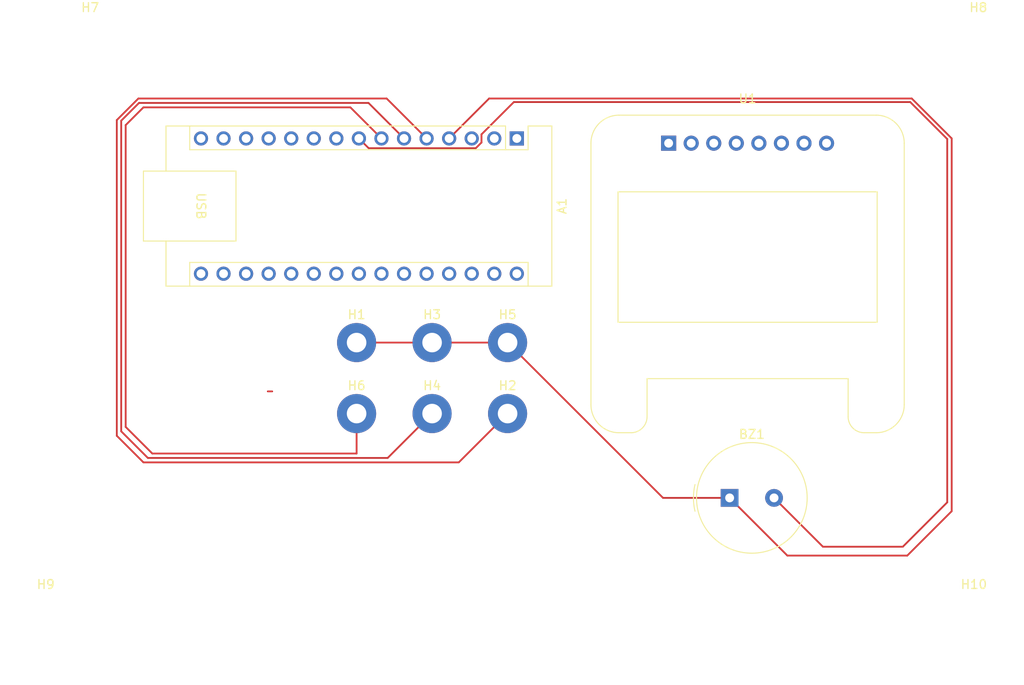
<source format=kicad_pcb>
(kicad_pcb (version 20241229) (generator "pcbnew") (generator_version "9.0")
  (layers (0 "F.Cu" signal) (2 "B.Cu" signal) (13 "F.Paste" user) (15 "B.Paste" user) (5 "F.SilkS" user "F.Silkscreen") (7 "B.SilkS" user "B.Silkscreen") (1 "F.Mask" user) (3 "B.Mask" user) (25 "Edge.Cuts" user))
  (net 0 "")
  (net 6 "GND")
  (net 8 "Net-(A1-D2)")
  (net 9 "Net-(A1-D5)")
  (net 15 "Net-(A1-D4)")
  (net 16 "Net-(A1-D3)")
  (net 22 "Net-(A1-+5V)")
  (net 24 "Net-(A1-A4)")
  (net 26 "+9V")
  (net 28 "Net-(A1-A5)")
  (footprint "MountingHole:MountingHole_2.2mm_M2_Pad" (layer "F.Cu") (at 82 75.5)
    (property "Reference" "H2" (at 0 -3.15 0) (layer "F.SilkS"))
    (property "Value" "MountingHole_Pad")
    (pad "1" thru_hole circle (at 0 0) (size 4.4 4.4) (drill 2.2) (layers "*.Cu" "*.Mask") (net 8 "Net-(A1-D2)"))
  )
  (footprint "Display:Adafruit_SSD1306" (layer "F.Cu") (at 100.132 45.036)
    (property "Reference" "U1" (at 8.89 -5 0) (layer "F.SilkS"))
    (property "Value" "SSD1306")
    (fp_line (start -8.746 0) (end -8.746 29.464) (stroke (width 0.12)) (layer "F.SilkS"))
    (fp_line (start -5.698 5.478) (end -5.698 20.176) (stroke (width 0.12)) (layer "F.SilkS"))
    (fp_line (start -5.698 5.478) (end 23.478 5.478) (stroke (width 0.12)) (layer "F.SilkS"))
    (fp_line (start -5.698 20.176) (end 23.478 20.176) (stroke (width 0.12)) (layer "F.SilkS"))
    (fp_line (start -4.238 32.622) (end -5.59 32.622) (stroke (width 0.12)) (layer "F.SilkS"))
    (fp_line (start -2.43 26.526) (end -2.43 30.814) (stroke (width 0.12)) (layer "F.SilkS"))
    (fp_line (start -2.43 26.526) (end 20.21 26.526) (stroke (width 0.12)) (layer "F.SilkS"))
    (fp_line (start 20.21 26.526) (end 20.21 30.814) (stroke (width 0.12)) (layer "F.SilkS"))
    (fp_line (start 22.018 32.622) (end 23.37 32.622) (stroke (width 0.12)) (layer "F.SilkS"))
    (fp_line (start 23.368 -3.158) (end -5.588 -3.158) (stroke (width 0.12)) (layer "F.SilkS"))
    (fp_line (start 23.478 5.478) (end 23.478 20.176) (stroke (width 0.12)) (layer "F.SilkS"))
    (fp_line (start 26.526 0) (end 26.526 29.464) (stroke (width 0.12)) (layer "F.SilkS"))
    (fp_arc (start -8.746 0) (mid -7.821043 -2.233043) (end -5.588 -3.158) (stroke (width 0.12)) (layer "F.SilkS"))
    (fp_arc (start -5.588 32.622) (mid -7.821043 31.697043) (end -8.746 29.464) (stroke (width 0.12)) (layer "F.SilkS"))
    (fp_arc (start -2.43 30.812) (mid -2.958137 32.091035) (end -4.236 32.622) (stroke (width 0.12)) (layer "F.SilkS"))
    (fp_arc (start 22.016 32.622) (mid 20.738137 32.091035) (end 20.21 30.812) (stroke (width 0.12)) (layer "F.SilkS"))
    (fp_arc (start 23.368 -3.158) (mid 25.601043 -2.233043) (end 26.526 0) (stroke (width 0.12)) (layer "F.SilkS"))
    (fp_arc (start 26.526 29.464) (mid 25.601043 31.697043) (end 23.368 32.622) (stroke (width 0.12)) (layer "F.SilkS"))
    (pad "" np_thru_hole circle (at -5.588 0) (size 2.7 2.7) (drill 2.7) (layers "*.Cu" "*.Mask"))
    (pad "" np_thru_hole circle (at -5.588 29.464) (size 2.7 2.7) (drill 2.7) (layers "*.Cu" "*.Mask"))
    (pad "" np_thru_hole circle (at 23.368 0) (size 2.7 2.7) (drill 2.7) (layers "*.Cu" "*.Mask"))
    (pad "" np_thru_hole circle (at 23.368 29.464) (size 2.7 2.7) (drill 2.7) (layers "*.Cu" "*.Mask"))
    (pad "1" thru_hole rect (at 0 0) (size 1.7 1.7) (drill 1) (layers "*.Cu" "*.Mask"))
    (pad "2" thru_hole circle (at 2.54 0) (size 1.7 1.7) (drill 1) (layers "*.Cu" "*.Mask"))
    (pad "3" thru_hole circle (at 5.08 0) (size 1.7 1.7) (drill 1) (layers "*.Cu" "*.Mask"))
    (pad "4" thru_hole circle (at 7.62 0) (size 1.7 1.7) (drill 1) (layers "*.Cu" "*.Mask"))
    (pad "5" thru_hole circle (at 10.16 0) (size 1.7 1.7) (drill 1) (layers "*.Cu" "*.Mask"))
    (pad "6" thru_hole circle (at 12.7 0) (size 1.7 1.7) (drill 1) (layers "*.Cu" "*.Mask"))
    (pad "7" thru_hole circle (at 15.24 0) (size 1.7 1.7) (drill 1) (layers "*.Cu" "*.Mask"))
    (pad "8" thru_hole circle (at 17.78 0) (size 1.7 1.7) (drill 1) (layers "*.Cu" "*.Mask"))
  )
  (footprint "MountingHole:MountingHole_4.3mm_M4" (layer "F.Cu") (at 30 100)
    (property "Reference" "H9" (at 0 -5.25 0) (layer "F.SilkS"))
    (property "Value" "MountingHole")
    (pad "" np_thru_hole circle (at 0 0) (size 4.3 4.3) (drill 4.3) (layers "*.Cu" "*.Mask"))
  )
  (footprint "MountingHole:MountingHole_4.3mm_M4" (layer "F.Cu") (at 135 35)
    (property "Reference" "H8" (at 0 -5.25 0) (layer "F.SilkS"))
    (property "Value" "MountingHole")
    (pad "" np_thru_hole circle (at 0 0) (size 4.3 4.3) (drill 4.3) (layers "*.Cu" "*.Mask"))
  )
  (footprint "MountingHole:MountingHole_2.2mm_M2_Pad" (layer "F.Cu") (at 82 67.5)
    (property "Reference" "H5" (at 0 -3.15 0) (layer "F.SilkS"))
    (property "Value" "MountingHole_Pad")
    (pad "1" thru_hole circle (at 0 0) (size 4.4 4.4) (drill 2.2) (layers "*.Cu" "*.Mask") (net 6 "GND"))
  )
  (footprint "Buzzer_Beeper:Buzzer_TDK_PS1240P02BT_D12.2mm_H6.5mm" (layer "F.Cu") (at 107 85)
    (property "Reference" "BZ1" (at 2.5 -7.17 0) (layer "F.SilkS"))
    (property "Value" "Buzzer")
    (fp_arc (start -3.9 1.499999) (mid -4.073431 0) (end -3.9 -1.5) (stroke (width 0.12)) (layer "F.SilkS"))
    (fp_circle (center 2.5 0) (end 8.73 0) (stroke (width 0.12)) (fill no) (layer "F.SilkS"))
    (pad "1" thru_hole rect (at 0 0) (size 2 2) (drill 1) (layers "*.Cu" "*.Mask") (net 6 "GND"))
    (pad "2" thru_hole circle (at 5 0) (size 2 2) (drill 1) (layers "*.Cu" "*.Mask") (net 9 "Net-(A1-D5)"))
  )
  (footprint "MountingHole:MountingHole_2.2mm_M2_Pad" (layer "F.Cu") (at 73.5 67.5)
    (property "Reference" "H3" (at 0 -3.15 0) (layer "F.SilkS"))
    (property "Value" "MountingHole_Pad")
    (pad "1" thru_hole circle (at 0 0) (size 4.4 4.4) (drill 2.2) (layers "*.Cu" "*.Mask") (net 6 "GND"))
  )
  (footprint "MountingHole:MountingHole_4.3mm_M4" (layer "F.Cu") (at 134.5 100)
    (property "Reference" "H10" (at 0 -5.25 0) (layer "F.SilkS"))
    (property "Value" "MountingHole")
    (pad "" np_thru_hole circle (at 0 0) (size 4.3 4.3) (drill 4.3) (layers "*.Cu" "*.Mask"))
  )
  (footprint "MountingHole:MountingHole_4.3mm_M4" (layer "F.Cu") (at 35 35)
    (property "Reference" "H7" (at 0 -5.25 0) (layer "F.SilkS"))
    (property "Value" "MountingHole")
    (pad "" np_thru_hole circle (at 0 0) (size 4.3 4.3) (drill 4.3) (layers "*.Cu" "*.Mask"))
  )
  (footprint "MountingHole:MountingHole_2.2mm_M2_Pad" (layer "F.Cu") (at 65 75.5)
    (property "Reference" "H6" (at 0 -3.15 0) (layer "F.SilkS"))
    (property "Value" "MountingHole_Pad")
    (pad "1" thru_hole circle (at 0 0) (size 4.4 4.4) (drill 2.2) (layers "*.Cu" "*.Mask") (net 15 "Net-(A1-D4)"))
  )
  (footprint "Module:Arduino_Nano" (layer "F.Cu") (at 83.04 44.5 -90)
    (property "Reference" "A1" (at 7.62 -5.08 90) (layer "F.SilkS"))
    (property "Value" "Arduino_Nano_v3.x")
    (fp_line (start 3.68 42.04) (end 3.68 31.62) (stroke (width 0.12)) (layer "F.SilkS"))
    (fp_line (start 11.56 42.04) (end 3.68 42.04) (stroke (width 0.12)) (layer "F.SilkS"))
    (fp_line (start -1.4 39.5) (end 3.68 39.5) (stroke (width 0.12)) (layer "F.SilkS"))
    (fp_line (start 16.64 39.5) (end 11.56 39.5) (stroke (width 0.12)) (layer "F.SilkS"))
    (fp_line (start 16.64 39.5) (end 16.64 -3.94) (stroke (width 0.12)) (layer "F.SilkS"))
    (fp_line (start 1.27 36.83) (end -1.4 36.83) (stroke (width 0.12)) (layer "F.SilkS"))
    (fp_line (start 13.97 36.83) (end 16.64 36.83) (stroke (width 0.12)) (layer "F.SilkS"))
    (fp_line (start 3.68 31.62) (end 11.56 31.62) (stroke (width 0.12)) (layer "F.SilkS"))
    (fp_line (start 11.56 31.62) (end 11.56 42.04) (stroke (width 0.12)) (layer "F.SilkS"))
    (fp_line (start -1.4 1.27) (end -1.4 39.5) (stroke (width 0.12)) (layer "F.SilkS"))
    (fp_line (start 1.27 1.27) (end 1.27 36.83) (stroke (width 0.12)) (layer "F.SilkS"))
    (fp_line (start 1.27 1.27) (end -1.4 1.27) (stroke (width 0.12)) (layer "F.SilkS"))
    (fp_line (start 1.27 1.27) (end 1.27 -1.27) (stroke (width 0.12)) (layer "F.SilkS"))
    (fp_line (start 1.27 -1.27) (end -1.4 -1.27) (stroke (width 0.12)) (layer "F.SilkS"))
    (fp_line (start 13.97 -1.27) (end 13.97 36.83) (stroke (width 0.12)) (layer "F.SilkS"))
    (fp_line (start 13.97 -1.27) (end 16.64 -1.27) (stroke (width 0.12)) (layer "F.SilkS"))
    (fp_line (start -1.4 -3.94) (end -1.4 -1.27) (stroke (width 0.12)) (layer "F.SilkS"))
    (fp_line (start 16.64 -3.94) (end -1.4 -3.94) (stroke (width 0.12)) (layer "F.SilkS"))
    (fp_text user "USB" (at 7.62 35.56 270) (layer "F.SilkS"))
    (pad "1" thru_hole rect (at 0 0 270) (size 1.6 1.6) (drill 1) (layers "*.Cu" "*.Mask"))
    (pad "2" thru_hole oval (at 0 2.54 270) (size 1.6 1.6) (drill 1) (layers "*.Cu" "*.Mask"))
    (pad "3" thru_hole oval (at 0 5.08 270) (size 1.6 1.6) (drill 1) (layers "*.Cu" "*.Mask"))
    (pad "4" thru_hole oval (at 0 7.62 270) (size 1.6 1.6) (drill 1) (layers "*.Cu" "*.Mask") (net 6 "GND"))
    (pad "5" thru_hole oval (at 0 10.16 270) (size 1.6 1.6) (drill 1) (layers "*.Cu" "*.Mask") (net 8 "Net-(A1-D2)"))
    (pad "6" thru_hole oval (at 0 12.7 270) (size 1.6 1.6) (drill 1) (layers "*.Cu" "*.Mask") (net 16 "Net-(A1-D3)"))
    (pad "7" thru_hole oval (at 0 15.24 270) (size 1.6 1.6) (drill 1) (layers "*.Cu" "*.Mask") (net 15 "Net-(A1-D4)"))
    (pad "8" thru_hole oval (at 0 17.78 270) (size 1.6 1.6) (drill 1) (layers "*.Cu" "*.Mask") (net 9 "Net-(A1-D5)"))
    (pad "9" thru_hole oval (at 0 20.32 270) (size 1.6 1.6) (drill 1) (layers "*.Cu" "*.Mask"))
    (pad "10" thru_hole oval (at 0 22.86 270) (size 1.6 1.6) (drill 1) (layers "*.Cu" "*.Mask"))
    (pad "11" thru_hole oval (at 0 25.4 270) (size 1.6 1.6) (drill 1) (layers "*.Cu" "*.Mask"))
    (pad "12" thru_hole oval (at 0 27.94 270) (size 1.6 1.6) (drill 1) (layers "*.Cu" "*.Mask"))
    (pad "13" thru_hole oval (at 0 30.48 270) (size 1.6 1.6) (drill 1) (layers "*.Cu" "*.Mask"))
    (pad "14" thru_hole oval (at 0 33.02 270) (size 1.6 1.6) (drill 1) (layers "*.Cu" "*.Mask"))
    (pad "15" thru_hole oval (at 0 35.56 270) (size 1.6 1.6) (drill 1) (layers "*.Cu" "*.Mask"))
    (pad "16" thru_hole oval (at 15.24 35.56 270) (size 1.6 1.6) (drill 1) (layers "*.Cu" "*.Mask"))
    (pad "17" thru_hole oval (at 15.24 33.02 270) (size 1.6 1.6) (drill 1) (layers "*.Cu" "*.Mask"))
    (pad "18" thru_hole oval (at 15.24 30.48 270) (size 1.6 1.6) (drill 1) (layers "*.Cu" "*.Mask"))
    (pad "19" thru_hole oval (at 15.24 27.94 270) (size 1.6 1.6) (drill 1) (layers "*.Cu" "*.Mask"))
    (pad "20" thru_hole oval (at 15.24 25.4 270) (size 1.6 1.6) (drill 1) (layers "*.Cu" "*.Mask"))
    (pad "21" thru_hole oval (at 15.24 22.86 270) (size 1.6 1.6) (drill 1) (layers "*.Cu" "*.Mask"))
    (pad "22" thru_hole oval (at 15.24 20.32 270) (size 1.6 1.6) (drill 1) (layers "*.Cu" "*.Mask"))
    (pad "23" thru_hole oval (at 15.24 17.78 270) (size 1.6 1.6) (drill 1) (layers "*.Cu" "*.Mask") (net 24 "Net-(A1-A4)"))
    (pad "24" thru_hole oval (at 15.24 15.24 270) (size 1.6 1.6) (drill 1) (layers "*.Cu" "*.Mask") (net 28 "Net-(A1-A5)"))
    (pad "25" thru_hole oval (at 15.24 12.7 270) (size 1.6 1.6) (drill 1) (layers "*.Cu" "*.Mask"))
    (pad "26" thru_hole oval (at 15.24 10.16 270) (size 1.6 1.6) (drill 1) (layers "*.Cu" "*.Mask"))
    (pad "27" thru_hole oval (at 15.24 7.62 270) (size 1.6 1.6) (drill 1) (layers "*.Cu" "*.Mask") (net 22 "Net-(A1-+5V)"))
    (pad "28" thru_hole oval (at 15.24 5.08 270) (size 1.6 1.6) (drill 1) (layers "*.Cu" "*.Mask"))
    (pad "29" thru_hole oval (at 15.24 2.54 270) (size 1.6 1.6) (drill 1) (layers "*.Cu" "*.Mask"))
    (pad "30" thru_hole oval (at 15.24 0 270) (size 1.6 1.6) (drill 1) (layers "*.Cu" "*.Mask") (net 26 "+9V"))
  )
  (footprint "MountingHole:MountingHole_2.2mm_M2_Pad" (layer "F.Cu") (at 73.5 75.5)
    (property "Reference" "H4" (at 0 -3.15 0) (layer "F.SilkS"))
    (property "Value" "MountingHole_Pad")
    (pad "1" thru_hole circle (at 0 0) (size 4.4 4.4) (drill 2.2) (layers "*.Cu" "*.Mask") (net 16 "Net-(A1-D3)"))
  )
  (footprint "MountingHole:MountingHole_2.2mm_M2_Pad" (layer "F.Cu") (at 65 67.5)
    (property "Reference" "H1" (at 0 -3.15 0) (layer "F.SilkS"))
    (property "Value" "MountingHole_Pad")
    (pad "1" thru_hole circle (at 0 0) (size 4.4 4.4) (drill 2.2) (layers "*.Cu" "*.Mask") (net 6 "GND"))
  )
  (segment (start 127 91.5) (end 132 86.5) (width 0.2) (layer "F.Cu") (net 6))
  (segment (start 132 44.5) (end 127.5 40) (width 0.2) (layer "F.Cu") (net 6))
  (segment (start 65 67.5) (end 82 67.5) (width 0.2) (layer "F.Cu") (net 6))
  (segment (start 79.92 40) (end 75.42 44.5) (width 0.2) (layer "F.Cu") (net 6))
  (segment (start 132 86.5) (end 132 44.5) (width 0.2) (layer "F.Cu") (net 6))
  (segment (start 107 85) (end 113.5 91.5) (width 0.2) (layer "F.Cu") (net 6))
  (segment (start 99.5 85) (end 107 85) (width 0.2) (layer "F.Cu") (net 6))
  (segment (start 127.5 40) (end 79.92 40) (width 0.2) (layer "F.Cu") (net 6))
  (segment (start 113.5 91.5) (end 127 91.5) (width 0.2) (layer "F.Cu") (net 6))
  (segment (start 82 67.5) (end 99.5 85) (width 0.2) (layer "F.Cu") (net 6))
  (segment (start 38 42.4329) (end 40.4329 40) (width 0.2) (layer "F.Cu") (net 8))
  (segment (start 76.5 81) (end 41 81) (width 0.2) (layer "F.Cu") (net 8))
  (segment (start 82 75.5) (end 76.5 81) (width 0.2) (layer "F.Cu") (net 8))
  (segment (start 41 81) (end 38 78) (width 0.2) (layer "F.Cu") (net 8))
  (segment (start 38 78) (end 38 42.4329) (width 0.2) (layer "F.Cu") (net 8))
  (segment (start 68.38 40) (end 72.88 44.5) (width 0.2) (layer "F.Cu") (net 8))
  (segment (start 40.4329 40) (end 68.38 40) (width 0.2) (layer "F.Cu") (net 8))
  (segment (start 82.70395 40.401) (end 79.061 44.04395) (width 0.2) (layer "F.Cu") (net 9))
  (segment (start 131.5 85.5) (end 131.5 44.5671) (width 0.2) (layer "F.Cu") (net 9))
  (segment (start 78.41605 45.601) (end 66.361 45.601) (width 0.2) (layer "F.Cu") (net 9))
  (segment (start 79.061 44.95605) (end 78.41605 45.601) (width 0.2) (layer "F.Cu") (net 9))
  (segment (start 112 85) (end 117.5 90.5) (width 0.2) (layer "F.Cu") (net 9))
  (segment (start 117.5 90.5) (end 126.5 90.5) (width 0.2) (layer "F.Cu") (net 9))
  (segment (start 131.5 44.5671) (end 127.3339 40.401) (width 0.2) (layer "F.Cu") (net 9))
  (segment (start 126.5 90.5) (end 131.5 85.5) (width 0.2) (layer "F.Cu") (net 9))
  (segment (start 127.3339 40.401) (end 82.70395 40.401) (width 0.2) (layer "F.Cu") (net 9))
  (segment (start 79.061 44.04395) (end 79.061 44.95605) (width 0.2) (layer "F.Cu") (net 9))
  (segment (start 66.361 45.601) (end 65.26 44.5) (width 0.2) (layer "F.Cu") (net 9))
  (segment (start 64.3 41) (end 67.8 44.5) (width 0.2) (layer "F.Cu") (net 15))
  (segment (start 39 43) (end 41 41) (width 0.2) (layer "F.Cu") (net 15))
  (segment (start 41 41) (end 64.3 41) (width 0.2) (layer "F.Cu") (net 15))
  (segment (start 65 75.5) (end 65 80) (width 0.2) (layer "F.Cu") (net 15))
  (segment (start 42 80) (end 39 77) (width 0.2) (layer "F.Cu") (net 15))
  (segment (start 55 73) (end 55.5 73) (width 0.2) (layer "F.Cu") (net 15))
  (segment (start 65 80) (end 42 80) (width 0.2) (layer "F.Cu") (net 15))
  (segment (start 39 77) (end 39 43) (width 0.2) (layer "F.Cu") (net 15))
  (segment (start 68.5 80.5) (end 41.5 80.5) (width 0.2) (layer "F.Cu") (net 16))
  (segment (start 38.5 77.5) (end 38.5 42.5) (width 0.2) (layer "F.Cu") (net 16))
  (segment (start 73.5 75.5) (end 68.5 80.5) (width 0.2) (layer "F.Cu") (net 16))
  (segment (start 40.5 40.5) (end 66.34 40.5) (width 0.2) (layer "F.Cu") (net 16))
  (segment (start 38.5 42.5) (end 40.5 40.5) (width 0.2) (layer "F.Cu") (net 16))
  (segment (start 41.5 80.5) (end 38.5 77.5) (width 0.2) (layer "F.Cu") (net 16))
  (segment (start 66.34 40.5) (end 70.34 44.5) (width 0.2) (layer "F.Cu") (net 16))
)
</source>
